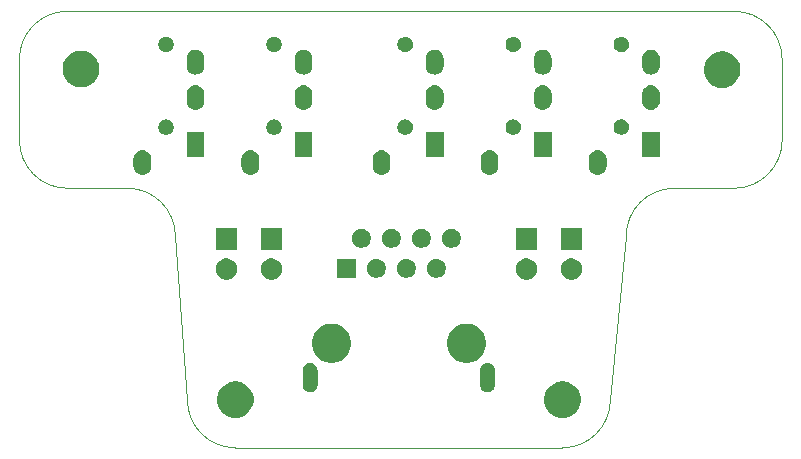
<source format=gbr>
G04 #@! TF.GenerationSoftware,KiCad,Pcbnew,(5.1.5)-3*
G04 #@! TF.CreationDate,2020-06-13T00:40:34-05:00*
G04 #@! TF.ProjectId,HeadphoneJack,48656164-7068-46f6-9e65-4a61636b2e6b,rev?*
G04 #@! TF.SameCoordinates,Original*
G04 #@! TF.FileFunction,Soldermask,Bot*
G04 #@! TF.FilePolarity,Negative*
%FSLAX46Y46*%
G04 Gerber Fmt 4.6, Leading zero omitted, Abs format (unit mm)*
G04 Created by KiCad (PCBNEW (5.1.5)-3) date 2020-06-13 00:40:34*
%MOMM*%
%LPD*%
G04 APERTURE LIST*
%ADD10C,0.050000*%
%ADD11C,0.100000*%
G04 APERTURE END LIST*
D10*
X123888500Y-86233000D02*
X128968500Y-86233000D01*
X175260000Y-86233000D02*
X180340000Y-86233000D01*
X171196000Y-90297000D02*
X169862500Y-104140000D01*
X133032500Y-90297000D02*
X134048500Y-104140000D01*
X171196000Y-90297000D02*
G75*
G02X175260000Y-86233000I4064000J0D01*
G01*
X184404000Y-82169000D02*
G75*
G02X180340000Y-86233000I-4064000J0D01*
G01*
X128968500Y-86233000D02*
G75*
G02X133032500Y-90297000I0J-4064000D01*
G01*
X123888500Y-86233000D02*
G75*
G02X119824500Y-82169000I0J4064000D01*
G01*
X184404000Y-75311000D02*
X184404000Y-82169000D01*
X119824500Y-75311000D02*
X119824500Y-82169000D01*
X138112500Y-108204000D02*
G75*
G02X134048500Y-104140000I0J4064000D01*
G01*
X165798500Y-108204000D02*
X138112500Y-108204000D01*
X169862500Y-104140000D02*
G75*
G02X165798500Y-108204000I-4064000J0D01*
G01*
X180340000Y-71247000D02*
X123888500Y-71247000D01*
X119824500Y-75311000D02*
G75*
G02X123888500Y-71247000I4064000J0D01*
G01*
X180340000Y-71247000D02*
G75*
G02X184404000Y-75311000I0J-4064000D01*
G01*
D11*
G36*
X166101085Y-102616302D02*
G01*
X166250910Y-102646104D01*
X166533174Y-102763021D01*
X166787205Y-102932759D01*
X167003241Y-103148795D01*
X167172979Y-103402826D01*
X167289896Y-103685090D01*
X167349500Y-103984740D01*
X167349500Y-104290260D01*
X167289896Y-104589910D01*
X167172979Y-104872174D01*
X167003241Y-105126205D01*
X166787205Y-105342241D01*
X166533174Y-105511979D01*
X166250910Y-105628896D01*
X166101085Y-105658698D01*
X165951261Y-105688500D01*
X165645739Y-105688500D01*
X165495915Y-105658698D01*
X165346090Y-105628896D01*
X165063826Y-105511979D01*
X164809795Y-105342241D01*
X164593759Y-105126205D01*
X164424021Y-104872174D01*
X164307104Y-104589910D01*
X164247500Y-104290260D01*
X164247500Y-103984740D01*
X164307104Y-103685090D01*
X164424021Y-103402826D01*
X164593759Y-103148795D01*
X164809795Y-102932759D01*
X165063826Y-102763021D01*
X165346090Y-102646104D01*
X165495915Y-102616302D01*
X165645739Y-102586500D01*
X165951261Y-102586500D01*
X166101085Y-102616302D01*
G37*
G36*
X138401085Y-102616302D02*
G01*
X138550910Y-102646104D01*
X138833174Y-102763021D01*
X139087205Y-102932759D01*
X139303241Y-103148795D01*
X139472979Y-103402826D01*
X139589896Y-103685090D01*
X139649500Y-103984740D01*
X139649500Y-104290260D01*
X139589896Y-104589910D01*
X139472979Y-104872174D01*
X139303241Y-105126205D01*
X139087205Y-105342241D01*
X138833174Y-105511979D01*
X138550910Y-105628896D01*
X138401085Y-105658698D01*
X138251261Y-105688500D01*
X137945739Y-105688500D01*
X137795915Y-105658698D01*
X137646090Y-105628896D01*
X137363826Y-105511979D01*
X137109795Y-105342241D01*
X136893759Y-105126205D01*
X136724021Y-104872174D01*
X136607104Y-104589910D01*
X136547500Y-104290260D01*
X136547500Y-103984740D01*
X136607104Y-103685090D01*
X136724021Y-103402826D01*
X136893759Y-103148795D01*
X137109795Y-102932759D01*
X137363826Y-102763021D01*
X137646090Y-102646104D01*
X137795915Y-102616302D01*
X137945739Y-102586500D01*
X138251261Y-102586500D01*
X138401085Y-102616302D01*
G37*
G36*
X159570236Y-101033437D02*
G01*
X159687295Y-101068946D01*
X159736917Y-101095470D01*
X159795176Y-101126610D01*
X159889738Y-101204214D01*
X159967341Y-101298774D01*
X159998481Y-101357033D01*
X160025005Y-101406655D01*
X160060514Y-101523714D01*
X160069500Y-101614951D01*
X160069500Y-102897951D01*
X160060514Y-102989188D01*
X160025005Y-103106247D01*
X160025003Y-103106250D01*
X159967341Y-103214128D01*
X159889738Y-103308689D01*
X159795177Y-103386292D01*
X159764244Y-103402826D01*
X159687296Y-103443956D01*
X159570237Y-103479465D01*
X159489079Y-103487458D01*
X159448501Y-103491455D01*
X159448500Y-103491455D01*
X159326764Y-103479465D01*
X159209705Y-103443956D01*
X159132757Y-103402826D01*
X159101824Y-103386292D01*
X159007263Y-103308689D01*
X158929660Y-103214128D01*
X158871998Y-103106250D01*
X158871996Y-103106247D01*
X158836487Y-102989188D01*
X158827501Y-102897951D01*
X158827500Y-101614952D01*
X158836486Y-101523715D01*
X158871995Y-101406656D01*
X158929660Y-101298774D01*
X158929661Y-101298773D01*
X159007263Y-101204213D01*
X159101823Y-101126610D01*
X159160082Y-101095470D01*
X159209704Y-101068946D01*
X159326763Y-101033437D01*
X159407921Y-101025444D01*
X159448499Y-101021447D01*
X159448500Y-101021447D01*
X159570236Y-101033437D01*
G37*
G36*
X144571536Y-101033437D02*
G01*
X144688595Y-101068946D01*
X144738217Y-101095470D01*
X144796476Y-101126610D01*
X144891038Y-101204214D01*
X144968641Y-101298774D01*
X144999781Y-101357033D01*
X145026305Y-101406655D01*
X145061814Y-101523714D01*
X145070800Y-101614951D01*
X145070800Y-102897951D01*
X145061814Y-102989188D01*
X145026305Y-103106247D01*
X145026303Y-103106250D01*
X144968641Y-103214128D01*
X144891038Y-103308689D01*
X144796477Y-103386292D01*
X144765544Y-103402826D01*
X144688596Y-103443956D01*
X144571537Y-103479465D01*
X144490379Y-103487458D01*
X144449801Y-103491455D01*
X144449800Y-103491455D01*
X144328064Y-103479465D01*
X144211005Y-103443956D01*
X144134057Y-103402826D01*
X144103124Y-103386292D01*
X144008563Y-103308689D01*
X143930960Y-103214128D01*
X143873298Y-103106250D01*
X143873296Y-103106247D01*
X143837787Y-102989188D01*
X143828801Y-102897951D01*
X143828800Y-101614952D01*
X143837786Y-101523715D01*
X143873295Y-101406656D01*
X143930960Y-101298774D01*
X143930961Y-101298773D01*
X144008563Y-101204213D01*
X144103123Y-101126610D01*
X144161382Y-101095470D01*
X144211004Y-101068946D01*
X144328063Y-101033437D01*
X144409221Y-101025444D01*
X144449799Y-101021447D01*
X144449800Y-101021447D01*
X144571536Y-101033437D01*
G37*
G36*
X146615756Y-97745799D02*
G01*
X146722079Y-97766948D01*
X147022542Y-97891404D01*
X147292951Y-98072086D01*
X147522915Y-98302050D01*
X147703597Y-98572459D01*
X147828053Y-98872922D01*
X147891500Y-99191892D01*
X147891500Y-99517110D01*
X147828053Y-99836080D01*
X147703597Y-100136543D01*
X147522915Y-100406952D01*
X147292951Y-100636916D01*
X147022542Y-100817598D01*
X146722079Y-100942054D01*
X146615756Y-100963203D01*
X146403111Y-101005501D01*
X146077889Y-101005501D01*
X145865244Y-100963203D01*
X145758921Y-100942054D01*
X145458458Y-100817598D01*
X145188049Y-100636916D01*
X144958085Y-100406952D01*
X144777403Y-100136543D01*
X144652947Y-99836080D01*
X144589500Y-99517110D01*
X144589500Y-99191892D01*
X144652947Y-98872922D01*
X144777403Y-98572459D01*
X144958085Y-98302050D01*
X145188049Y-98072086D01*
X145458458Y-97891404D01*
X145758921Y-97766948D01*
X145865244Y-97745799D01*
X146077889Y-97703501D01*
X146403111Y-97703501D01*
X146615756Y-97745799D01*
G37*
G36*
X158045756Y-97745799D02*
G01*
X158152079Y-97766948D01*
X158452542Y-97891404D01*
X158722951Y-98072086D01*
X158952915Y-98302050D01*
X159133597Y-98572459D01*
X159258053Y-98872922D01*
X159321500Y-99191892D01*
X159321500Y-99517110D01*
X159258053Y-99836080D01*
X159133597Y-100136543D01*
X158952915Y-100406952D01*
X158722951Y-100636916D01*
X158452542Y-100817598D01*
X158152079Y-100942054D01*
X158045756Y-100963203D01*
X157833111Y-101005501D01*
X157507889Y-101005501D01*
X157295244Y-100963203D01*
X157188921Y-100942054D01*
X156888458Y-100817598D01*
X156618049Y-100636916D01*
X156388085Y-100406952D01*
X156207403Y-100136543D01*
X156082947Y-99836080D01*
X156019500Y-99517110D01*
X156019500Y-99191892D01*
X156082947Y-98872922D01*
X156207403Y-98572459D01*
X156388085Y-98302050D01*
X156618049Y-98072086D01*
X156888458Y-97891404D01*
X157188921Y-97766948D01*
X157295244Y-97745799D01*
X157507889Y-97703501D01*
X157833111Y-97703501D01*
X158045756Y-97745799D01*
G37*
G36*
X162864012Y-92178428D02*
G01*
X163013312Y-92208125D01*
X163177284Y-92276045D01*
X163324854Y-92374648D01*
X163450353Y-92500147D01*
X163548956Y-92647717D01*
X163616876Y-92811689D01*
X163651500Y-92985760D01*
X163651500Y-93163242D01*
X163616876Y-93337313D01*
X163548956Y-93501285D01*
X163450353Y-93648855D01*
X163324854Y-93774354D01*
X163177284Y-93872957D01*
X163013312Y-93940877D01*
X162864012Y-93970574D01*
X162839242Y-93975501D01*
X162661758Y-93975501D01*
X162636988Y-93970574D01*
X162487688Y-93940877D01*
X162323716Y-93872957D01*
X162176146Y-93774354D01*
X162050647Y-93648855D01*
X161952044Y-93501285D01*
X161884124Y-93337313D01*
X161849500Y-93163242D01*
X161849500Y-92985760D01*
X161884124Y-92811689D01*
X161952044Y-92647717D01*
X162050647Y-92500147D01*
X162176146Y-92374648D01*
X162323716Y-92276045D01*
X162487688Y-92208125D01*
X162636988Y-92178428D01*
X162661758Y-92173501D01*
X162839242Y-92173501D01*
X162864012Y-92178428D01*
G37*
G36*
X141274012Y-92178428D02*
G01*
X141423312Y-92208125D01*
X141587284Y-92276045D01*
X141734854Y-92374648D01*
X141860353Y-92500147D01*
X141958956Y-92647717D01*
X142026876Y-92811689D01*
X142061500Y-92985760D01*
X142061500Y-93163242D01*
X142026876Y-93337313D01*
X141958956Y-93501285D01*
X141860353Y-93648855D01*
X141734854Y-93774354D01*
X141587284Y-93872957D01*
X141423312Y-93940877D01*
X141274012Y-93970574D01*
X141249242Y-93975501D01*
X141071758Y-93975501D01*
X141046988Y-93970574D01*
X140897688Y-93940877D01*
X140733716Y-93872957D01*
X140586146Y-93774354D01*
X140460647Y-93648855D01*
X140362044Y-93501285D01*
X140294124Y-93337313D01*
X140259500Y-93163242D01*
X140259500Y-92985760D01*
X140294124Y-92811689D01*
X140362044Y-92647717D01*
X140460647Y-92500147D01*
X140586146Y-92374648D01*
X140733716Y-92276045D01*
X140897688Y-92208125D01*
X141046988Y-92178428D01*
X141071758Y-92173501D01*
X141249242Y-92173501D01*
X141274012Y-92178428D01*
G37*
G36*
X137464012Y-92178428D02*
G01*
X137613312Y-92208125D01*
X137777284Y-92276045D01*
X137924854Y-92374648D01*
X138050353Y-92500147D01*
X138148956Y-92647717D01*
X138216876Y-92811689D01*
X138251500Y-92985760D01*
X138251500Y-93163242D01*
X138216876Y-93337313D01*
X138148956Y-93501285D01*
X138050353Y-93648855D01*
X137924854Y-93774354D01*
X137777284Y-93872957D01*
X137613312Y-93940877D01*
X137464012Y-93970574D01*
X137439242Y-93975501D01*
X137261758Y-93975501D01*
X137236988Y-93970574D01*
X137087688Y-93940877D01*
X136923716Y-93872957D01*
X136776146Y-93774354D01*
X136650647Y-93648855D01*
X136552044Y-93501285D01*
X136484124Y-93337313D01*
X136449500Y-93163242D01*
X136449500Y-92985760D01*
X136484124Y-92811689D01*
X136552044Y-92647717D01*
X136650647Y-92500147D01*
X136776146Y-92374648D01*
X136923716Y-92276045D01*
X137087688Y-92208125D01*
X137236988Y-92178428D01*
X137261758Y-92173501D01*
X137439242Y-92173501D01*
X137464012Y-92178428D01*
G37*
G36*
X166674012Y-92178428D02*
G01*
X166823312Y-92208125D01*
X166987284Y-92276045D01*
X167134854Y-92374648D01*
X167260353Y-92500147D01*
X167358956Y-92647717D01*
X167426876Y-92811689D01*
X167461500Y-92985760D01*
X167461500Y-93163242D01*
X167426876Y-93337313D01*
X167358956Y-93501285D01*
X167260353Y-93648855D01*
X167134854Y-93774354D01*
X166987284Y-93872957D01*
X166823312Y-93940877D01*
X166674012Y-93970574D01*
X166649242Y-93975501D01*
X166471758Y-93975501D01*
X166446988Y-93970574D01*
X166297688Y-93940877D01*
X166133716Y-93872957D01*
X165986146Y-93774354D01*
X165860647Y-93648855D01*
X165762044Y-93501285D01*
X165694124Y-93337313D01*
X165659500Y-93163242D01*
X165659500Y-92985760D01*
X165694124Y-92811689D01*
X165762044Y-92647717D01*
X165860647Y-92500147D01*
X165986146Y-92374648D01*
X166133716Y-92276045D01*
X166297688Y-92208125D01*
X166446988Y-92178428D01*
X166471758Y-92173501D01*
X166649242Y-92173501D01*
X166674012Y-92178428D01*
G37*
G36*
X148311500Y-93805501D02*
G01*
X146709500Y-93805501D01*
X146709500Y-92203501D01*
X148311500Y-92203501D01*
X148311500Y-93805501D01*
G37*
G36*
X150284142Y-92234282D02*
G01*
X150384966Y-92276045D01*
X150429916Y-92294664D01*
X150561108Y-92382323D01*
X150672678Y-92493893D01*
X150676857Y-92500148D01*
X150760338Y-92625087D01*
X150820719Y-92770859D01*
X150851500Y-92925608D01*
X150851500Y-93083394D01*
X150820719Y-93238143D01*
X150779641Y-93337313D01*
X150760337Y-93383917D01*
X150672678Y-93515109D01*
X150561108Y-93626679D01*
X150429916Y-93714338D01*
X150429915Y-93714339D01*
X150429914Y-93714339D01*
X150284142Y-93774720D01*
X150129393Y-93805501D01*
X149971607Y-93805501D01*
X149816858Y-93774720D01*
X149671086Y-93714339D01*
X149671085Y-93714339D01*
X149671084Y-93714338D01*
X149539892Y-93626679D01*
X149428322Y-93515109D01*
X149340663Y-93383917D01*
X149321359Y-93337313D01*
X149280281Y-93238143D01*
X149249500Y-93083394D01*
X149249500Y-92925608D01*
X149280281Y-92770859D01*
X149340662Y-92625087D01*
X149424143Y-92500148D01*
X149428322Y-92493893D01*
X149539892Y-92382323D01*
X149671084Y-92294664D01*
X149716034Y-92276045D01*
X149816858Y-92234282D01*
X149971607Y-92203501D01*
X150129393Y-92203501D01*
X150284142Y-92234282D01*
G37*
G36*
X152824142Y-92234282D02*
G01*
X152924966Y-92276045D01*
X152969916Y-92294664D01*
X153101108Y-92382323D01*
X153212678Y-92493893D01*
X153216857Y-92500148D01*
X153300338Y-92625087D01*
X153360719Y-92770859D01*
X153391500Y-92925608D01*
X153391500Y-93083394D01*
X153360719Y-93238143D01*
X153319641Y-93337313D01*
X153300337Y-93383917D01*
X153212678Y-93515109D01*
X153101108Y-93626679D01*
X152969916Y-93714338D01*
X152969915Y-93714339D01*
X152969914Y-93714339D01*
X152824142Y-93774720D01*
X152669393Y-93805501D01*
X152511607Y-93805501D01*
X152356858Y-93774720D01*
X152211086Y-93714339D01*
X152211085Y-93714339D01*
X152211084Y-93714338D01*
X152079892Y-93626679D01*
X151968322Y-93515109D01*
X151880663Y-93383917D01*
X151861359Y-93337313D01*
X151820281Y-93238143D01*
X151789500Y-93083394D01*
X151789500Y-92925608D01*
X151820281Y-92770859D01*
X151880662Y-92625087D01*
X151964143Y-92500148D01*
X151968322Y-92493893D01*
X152079892Y-92382323D01*
X152211084Y-92294664D01*
X152256034Y-92276045D01*
X152356858Y-92234282D01*
X152511607Y-92203501D01*
X152669393Y-92203501D01*
X152824142Y-92234282D01*
G37*
G36*
X155364142Y-92234282D02*
G01*
X155464966Y-92276045D01*
X155509916Y-92294664D01*
X155641108Y-92382323D01*
X155752678Y-92493893D01*
X155756857Y-92500148D01*
X155840338Y-92625087D01*
X155900719Y-92770859D01*
X155931500Y-92925608D01*
X155931500Y-93083394D01*
X155900719Y-93238143D01*
X155859641Y-93337313D01*
X155840337Y-93383917D01*
X155752678Y-93515109D01*
X155641108Y-93626679D01*
X155509916Y-93714338D01*
X155509915Y-93714339D01*
X155509914Y-93714339D01*
X155364142Y-93774720D01*
X155209393Y-93805501D01*
X155051607Y-93805501D01*
X154896858Y-93774720D01*
X154751086Y-93714339D01*
X154751085Y-93714339D01*
X154751084Y-93714338D01*
X154619892Y-93626679D01*
X154508322Y-93515109D01*
X154420663Y-93383917D01*
X154401359Y-93337313D01*
X154360281Y-93238143D01*
X154329500Y-93083394D01*
X154329500Y-92925608D01*
X154360281Y-92770859D01*
X154420662Y-92625087D01*
X154504143Y-92500148D01*
X154508322Y-92493893D01*
X154619892Y-92382323D01*
X154751084Y-92294664D01*
X154796034Y-92276045D01*
X154896858Y-92234282D01*
X155051607Y-92203501D01*
X155209393Y-92203501D01*
X155364142Y-92234282D01*
G37*
G36*
X142061500Y-91435501D02*
G01*
X140259500Y-91435501D01*
X140259500Y-89633501D01*
X142061500Y-89633501D01*
X142061500Y-91435501D01*
G37*
G36*
X167461500Y-91435501D02*
G01*
X165659500Y-91435501D01*
X165659500Y-89633501D01*
X167461500Y-89633501D01*
X167461500Y-91435501D01*
G37*
G36*
X163651500Y-91435501D02*
G01*
X161849500Y-91435501D01*
X161849500Y-89633501D01*
X163651500Y-89633501D01*
X163651500Y-91435501D01*
G37*
G36*
X138251500Y-91435501D02*
G01*
X136449500Y-91435501D01*
X136449500Y-89633501D01*
X138251500Y-89633501D01*
X138251500Y-91435501D01*
G37*
G36*
X151554142Y-89694282D02*
G01*
X151699914Y-89754663D01*
X151699916Y-89754664D01*
X151831108Y-89842323D01*
X151942678Y-89953893D01*
X152030337Y-90085085D01*
X152030338Y-90085087D01*
X152090719Y-90230859D01*
X152121500Y-90385608D01*
X152121500Y-90543394D01*
X152090719Y-90698143D01*
X152030338Y-90843915D01*
X152030337Y-90843917D01*
X151942678Y-90975109D01*
X151831108Y-91086679D01*
X151699916Y-91174338D01*
X151699915Y-91174339D01*
X151699914Y-91174339D01*
X151554142Y-91234720D01*
X151399393Y-91265501D01*
X151241607Y-91265501D01*
X151086858Y-91234720D01*
X150941086Y-91174339D01*
X150941085Y-91174339D01*
X150941084Y-91174338D01*
X150809892Y-91086679D01*
X150698322Y-90975109D01*
X150610663Y-90843917D01*
X150610662Y-90843915D01*
X150550281Y-90698143D01*
X150519500Y-90543394D01*
X150519500Y-90385608D01*
X150550281Y-90230859D01*
X150610662Y-90085087D01*
X150610663Y-90085085D01*
X150698322Y-89953893D01*
X150809892Y-89842323D01*
X150941084Y-89754664D01*
X150941086Y-89754663D01*
X151086858Y-89694282D01*
X151241607Y-89663501D01*
X151399393Y-89663501D01*
X151554142Y-89694282D01*
G37*
G36*
X156634142Y-89694282D02*
G01*
X156779914Y-89754663D01*
X156779916Y-89754664D01*
X156911108Y-89842323D01*
X157022678Y-89953893D01*
X157110337Y-90085085D01*
X157110338Y-90085087D01*
X157170719Y-90230859D01*
X157201500Y-90385608D01*
X157201500Y-90543394D01*
X157170719Y-90698143D01*
X157110338Y-90843915D01*
X157110337Y-90843917D01*
X157022678Y-90975109D01*
X156911108Y-91086679D01*
X156779916Y-91174338D01*
X156779915Y-91174339D01*
X156779914Y-91174339D01*
X156634142Y-91234720D01*
X156479393Y-91265501D01*
X156321607Y-91265501D01*
X156166858Y-91234720D01*
X156021086Y-91174339D01*
X156021085Y-91174339D01*
X156021084Y-91174338D01*
X155889892Y-91086679D01*
X155778322Y-90975109D01*
X155690663Y-90843917D01*
X155690662Y-90843915D01*
X155630281Y-90698143D01*
X155599500Y-90543394D01*
X155599500Y-90385608D01*
X155630281Y-90230859D01*
X155690662Y-90085087D01*
X155690663Y-90085085D01*
X155778322Y-89953893D01*
X155889892Y-89842323D01*
X156021084Y-89754664D01*
X156021086Y-89754663D01*
X156166858Y-89694282D01*
X156321607Y-89663501D01*
X156479393Y-89663501D01*
X156634142Y-89694282D01*
G37*
G36*
X149014142Y-89694282D02*
G01*
X149159914Y-89754663D01*
X149159916Y-89754664D01*
X149291108Y-89842323D01*
X149402678Y-89953893D01*
X149490337Y-90085085D01*
X149490338Y-90085087D01*
X149550719Y-90230859D01*
X149581500Y-90385608D01*
X149581500Y-90543394D01*
X149550719Y-90698143D01*
X149490338Y-90843915D01*
X149490337Y-90843917D01*
X149402678Y-90975109D01*
X149291108Y-91086679D01*
X149159916Y-91174338D01*
X149159915Y-91174339D01*
X149159914Y-91174339D01*
X149014142Y-91234720D01*
X148859393Y-91265501D01*
X148701607Y-91265501D01*
X148546858Y-91234720D01*
X148401086Y-91174339D01*
X148401085Y-91174339D01*
X148401084Y-91174338D01*
X148269892Y-91086679D01*
X148158322Y-90975109D01*
X148070663Y-90843917D01*
X148070662Y-90843915D01*
X148010281Y-90698143D01*
X147979500Y-90543394D01*
X147979500Y-90385608D01*
X148010281Y-90230859D01*
X148070662Y-90085087D01*
X148070663Y-90085085D01*
X148158322Y-89953893D01*
X148269892Y-89842323D01*
X148401084Y-89754664D01*
X148401086Y-89754663D01*
X148546858Y-89694282D01*
X148701607Y-89663501D01*
X148859393Y-89663501D01*
X149014142Y-89694282D01*
G37*
G36*
X154094142Y-89694282D02*
G01*
X154239914Y-89754663D01*
X154239916Y-89754664D01*
X154371108Y-89842323D01*
X154482678Y-89953893D01*
X154570337Y-90085085D01*
X154570338Y-90085087D01*
X154630719Y-90230859D01*
X154661500Y-90385608D01*
X154661500Y-90543394D01*
X154630719Y-90698143D01*
X154570338Y-90843915D01*
X154570337Y-90843917D01*
X154482678Y-90975109D01*
X154371108Y-91086679D01*
X154239916Y-91174338D01*
X154239915Y-91174339D01*
X154239914Y-91174339D01*
X154094142Y-91234720D01*
X153939393Y-91265501D01*
X153781607Y-91265501D01*
X153626858Y-91234720D01*
X153481086Y-91174339D01*
X153481085Y-91174339D01*
X153481084Y-91174338D01*
X153349892Y-91086679D01*
X153238322Y-90975109D01*
X153150663Y-90843917D01*
X153150662Y-90843915D01*
X153090281Y-90698143D01*
X153059500Y-90543394D01*
X153059500Y-90385608D01*
X153090281Y-90230859D01*
X153150662Y-90085087D01*
X153150663Y-90085085D01*
X153238322Y-89953893D01*
X153349892Y-89842323D01*
X153481084Y-89754664D01*
X153481086Y-89754663D01*
X153626858Y-89694282D01*
X153781607Y-89663501D01*
X153939393Y-89663501D01*
X154094142Y-89694282D01*
G37*
G36*
X130377223Y-83009867D02*
G01*
X130518787Y-83052810D01*
X130649253Y-83122546D01*
X130679041Y-83146992D01*
X130763608Y-83216393D01*
X130833009Y-83300960D01*
X130857455Y-83330748D01*
X130927191Y-83461214D01*
X130970134Y-83602778D01*
X130981001Y-83713113D01*
X130981001Y-84386887D01*
X130970134Y-84497222D01*
X130927191Y-84638786D01*
X130857455Y-84769252D01*
X130820785Y-84813934D01*
X130763608Y-84883606D01*
X130699416Y-84936286D01*
X130649252Y-84977454D01*
X130518786Y-85047190D01*
X130377222Y-85090133D01*
X130230001Y-85104633D01*
X130082779Y-85090133D01*
X129941215Y-85047190D01*
X129810749Y-84977454D01*
X129766067Y-84940784D01*
X129696395Y-84883607D01*
X129602548Y-84769252D01*
X129602547Y-84769251D01*
X129532811Y-84638785D01*
X129489868Y-84497221D01*
X129479001Y-84386886D01*
X129479001Y-83713113D01*
X129489868Y-83602778D01*
X129532811Y-83461214D01*
X129602548Y-83330748D01*
X129696395Y-83216393D01*
X129780962Y-83146992D01*
X129810750Y-83122546D01*
X129941216Y-83052810D01*
X130082780Y-83009867D01*
X130230001Y-82995367D01*
X130377223Y-83009867D01*
G37*
G36*
X159783723Y-83009867D02*
G01*
X159925287Y-83052810D01*
X160055753Y-83122546D01*
X160085541Y-83146992D01*
X160170108Y-83216393D01*
X160239509Y-83300960D01*
X160263955Y-83330748D01*
X160333691Y-83461214D01*
X160376634Y-83602778D01*
X160387501Y-83713113D01*
X160387501Y-84386887D01*
X160376634Y-84497222D01*
X160333691Y-84638786D01*
X160263955Y-84769252D01*
X160227285Y-84813934D01*
X160170108Y-84883606D01*
X160105916Y-84936286D01*
X160055752Y-84977454D01*
X159925286Y-85047190D01*
X159783722Y-85090133D01*
X159636501Y-85104633D01*
X159489279Y-85090133D01*
X159347715Y-85047190D01*
X159217249Y-84977454D01*
X159172567Y-84940784D01*
X159102895Y-84883607D01*
X159009048Y-84769252D01*
X159009047Y-84769251D01*
X158939311Y-84638785D01*
X158896368Y-84497221D01*
X158885501Y-84386886D01*
X158885501Y-83713113D01*
X158896368Y-83602778D01*
X158939311Y-83461214D01*
X159009048Y-83330748D01*
X159102895Y-83216393D01*
X159187462Y-83146992D01*
X159217250Y-83122546D01*
X159347716Y-83052810D01*
X159489280Y-83009867D01*
X159636501Y-82995367D01*
X159783723Y-83009867D01*
G37*
G36*
X139527223Y-83009867D02*
G01*
X139668787Y-83052810D01*
X139799253Y-83122546D01*
X139829041Y-83146992D01*
X139913608Y-83216393D01*
X139983009Y-83300960D01*
X140007455Y-83330748D01*
X140077191Y-83461214D01*
X140120134Y-83602778D01*
X140131001Y-83713113D01*
X140131001Y-84386887D01*
X140120134Y-84497222D01*
X140077191Y-84638786D01*
X140007455Y-84769252D01*
X139970785Y-84813934D01*
X139913608Y-84883606D01*
X139849416Y-84936286D01*
X139799252Y-84977454D01*
X139668786Y-85047190D01*
X139527222Y-85090133D01*
X139380001Y-85104633D01*
X139232779Y-85090133D01*
X139091215Y-85047190D01*
X138960749Y-84977454D01*
X138916067Y-84940784D01*
X138846395Y-84883607D01*
X138752548Y-84769252D01*
X138752547Y-84769251D01*
X138682811Y-84638785D01*
X138639868Y-84497221D01*
X138629001Y-84386886D01*
X138629001Y-83713113D01*
X138639868Y-83602778D01*
X138682811Y-83461214D01*
X138752548Y-83330748D01*
X138846395Y-83216393D01*
X138930962Y-83146992D01*
X138960750Y-83122546D01*
X139091216Y-83052810D01*
X139232780Y-83009867D01*
X139380001Y-82995367D01*
X139527223Y-83009867D01*
G37*
G36*
X150633723Y-83009867D02*
G01*
X150775287Y-83052810D01*
X150905753Y-83122546D01*
X150935541Y-83146992D01*
X151020108Y-83216393D01*
X151089509Y-83300960D01*
X151113955Y-83330748D01*
X151183691Y-83461214D01*
X151226634Y-83602778D01*
X151237501Y-83713113D01*
X151237501Y-84386887D01*
X151226634Y-84497222D01*
X151183691Y-84638786D01*
X151113955Y-84769252D01*
X151077285Y-84813934D01*
X151020108Y-84883606D01*
X150955916Y-84936286D01*
X150905752Y-84977454D01*
X150775286Y-85047190D01*
X150633722Y-85090133D01*
X150486501Y-85104633D01*
X150339279Y-85090133D01*
X150197715Y-85047190D01*
X150067249Y-84977454D01*
X150022567Y-84940784D01*
X149952895Y-84883607D01*
X149859048Y-84769252D01*
X149859047Y-84769251D01*
X149789311Y-84638785D01*
X149746368Y-84497221D01*
X149735501Y-84386886D01*
X149735501Y-83713113D01*
X149746368Y-83602778D01*
X149789311Y-83461214D01*
X149859048Y-83330748D01*
X149952895Y-83216393D01*
X150037462Y-83146992D01*
X150067250Y-83122546D01*
X150197716Y-83052810D01*
X150339280Y-83009867D01*
X150486501Y-82995367D01*
X150633723Y-83009867D01*
G37*
G36*
X168933723Y-83009867D02*
G01*
X169075287Y-83052810D01*
X169205753Y-83122546D01*
X169235541Y-83146992D01*
X169320108Y-83216393D01*
X169389509Y-83300960D01*
X169413955Y-83330748D01*
X169483691Y-83461214D01*
X169526634Y-83602778D01*
X169537501Y-83713113D01*
X169537501Y-84386887D01*
X169526634Y-84497222D01*
X169483691Y-84638786D01*
X169413955Y-84769252D01*
X169377285Y-84813934D01*
X169320108Y-84883606D01*
X169255916Y-84936286D01*
X169205752Y-84977454D01*
X169075286Y-85047190D01*
X168933722Y-85090133D01*
X168786501Y-85104633D01*
X168639279Y-85090133D01*
X168497715Y-85047190D01*
X168367249Y-84977454D01*
X168322567Y-84940784D01*
X168252895Y-84883607D01*
X168159048Y-84769252D01*
X168159047Y-84769251D01*
X168089311Y-84638785D01*
X168046368Y-84497221D01*
X168035501Y-84386886D01*
X168035501Y-83713113D01*
X168046368Y-83602778D01*
X168089311Y-83461214D01*
X168159048Y-83330748D01*
X168252895Y-83216393D01*
X168337462Y-83146992D01*
X168367250Y-83122546D01*
X168497716Y-83052810D01*
X168639280Y-83009867D01*
X168786501Y-82995367D01*
X168933723Y-83009867D01*
G37*
G36*
X155737501Y-83601000D02*
G01*
X154235501Y-83601000D01*
X154235501Y-81499000D01*
X155737501Y-81499000D01*
X155737501Y-83601000D01*
G37*
G36*
X174037501Y-83601000D02*
G01*
X172535501Y-83601000D01*
X172535501Y-81499000D01*
X174037501Y-81499000D01*
X174037501Y-83601000D01*
G37*
G36*
X164887501Y-83601000D02*
G01*
X163385501Y-83601000D01*
X163385501Y-81499000D01*
X164887501Y-81499000D01*
X164887501Y-83601000D01*
G37*
G36*
X135481001Y-83601000D02*
G01*
X133979001Y-83601000D01*
X133979001Y-81499000D01*
X135481001Y-81499000D01*
X135481001Y-83601000D01*
G37*
G36*
X144631001Y-83601000D02*
G01*
X143129001Y-83601000D01*
X143129001Y-81499000D01*
X144631001Y-81499000D01*
X144631001Y-83601000D01*
G37*
G36*
X141569891Y-80424017D02*
G01*
X141688365Y-80473091D01*
X141794989Y-80544335D01*
X141885666Y-80635012D01*
X141956910Y-80741636D01*
X142005984Y-80860110D01*
X142031001Y-80985882D01*
X142031001Y-81114118D01*
X142005984Y-81239890D01*
X141956910Y-81358364D01*
X141885666Y-81464988D01*
X141794989Y-81555665D01*
X141688365Y-81626909D01*
X141688364Y-81626910D01*
X141688363Y-81626910D01*
X141569891Y-81675983D01*
X141444120Y-81701000D01*
X141315882Y-81701000D01*
X141190111Y-81675983D01*
X141071639Y-81626910D01*
X141071638Y-81626910D01*
X141071637Y-81626909D01*
X140965013Y-81555665D01*
X140874336Y-81464988D01*
X140803092Y-81358364D01*
X140754018Y-81239890D01*
X140729001Y-81114118D01*
X140729001Y-80985882D01*
X140754018Y-80860110D01*
X140803092Y-80741636D01*
X140874336Y-80635012D01*
X140965013Y-80544335D01*
X141071637Y-80473091D01*
X141190111Y-80424017D01*
X141315882Y-80399000D01*
X141444120Y-80399000D01*
X141569891Y-80424017D01*
G37*
G36*
X152676391Y-80424017D02*
G01*
X152794865Y-80473091D01*
X152901489Y-80544335D01*
X152992166Y-80635012D01*
X153063410Y-80741636D01*
X153112484Y-80860110D01*
X153137501Y-80985882D01*
X153137501Y-81114118D01*
X153112484Y-81239890D01*
X153063410Y-81358364D01*
X152992166Y-81464988D01*
X152901489Y-81555665D01*
X152794865Y-81626909D01*
X152794864Y-81626910D01*
X152794863Y-81626910D01*
X152676391Y-81675983D01*
X152550620Y-81701000D01*
X152422382Y-81701000D01*
X152296611Y-81675983D01*
X152178139Y-81626910D01*
X152178138Y-81626910D01*
X152178137Y-81626909D01*
X152071513Y-81555665D01*
X151980836Y-81464988D01*
X151909592Y-81358364D01*
X151860518Y-81239890D01*
X151835501Y-81114118D01*
X151835501Y-80985882D01*
X151860518Y-80860110D01*
X151909592Y-80741636D01*
X151980836Y-80635012D01*
X152071513Y-80544335D01*
X152178137Y-80473091D01*
X152296611Y-80424017D01*
X152422382Y-80399000D01*
X152550620Y-80399000D01*
X152676391Y-80424017D01*
G37*
G36*
X161826391Y-80424017D02*
G01*
X161944865Y-80473091D01*
X162051489Y-80544335D01*
X162142166Y-80635012D01*
X162213410Y-80741636D01*
X162262484Y-80860110D01*
X162287501Y-80985882D01*
X162287501Y-81114118D01*
X162262484Y-81239890D01*
X162213410Y-81358364D01*
X162142166Y-81464988D01*
X162051489Y-81555665D01*
X161944865Y-81626909D01*
X161944864Y-81626910D01*
X161944863Y-81626910D01*
X161826391Y-81675983D01*
X161700620Y-81701000D01*
X161572382Y-81701000D01*
X161446611Y-81675983D01*
X161328139Y-81626910D01*
X161328138Y-81626910D01*
X161328137Y-81626909D01*
X161221513Y-81555665D01*
X161130836Y-81464988D01*
X161059592Y-81358364D01*
X161010518Y-81239890D01*
X160985501Y-81114118D01*
X160985501Y-80985882D01*
X161010518Y-80860110D01*
X161059592Y-80741636D01*
X161130836Y-80635012D01*
X161221513Y-80544335D01*
X161328137Y-80473091D01*
X161446611Y-80424017D01*
X161572382Y-80399000D01*
X161700620Y-80399000D01*
X161826391Y-80424017D01*
G37*
G36*
X132419891Y-80424017D02*
G01*
X132538365Y-80473091D01*
X132644989Y-80544335D01*
X132735666Y-80635012D01*
X132806910Y-80741636D01*
X132855984Y-80860110D01*
X132881001Y-80985882D01*
X132881001Y-81114118D01*
X132855984Y-81239890D01*
X132806910Y-81358364D01*
X132735666Y-81464988D01*
X132644989Y-81555665D01*
X132538365Y-81626909D01*
X132538364Y-81626910D01*
X132538363Y-81626910D01*
X132419891Y-81675983D01*
X132294120Y-81701000D01*
X132165882Y-81701000D01*
X132040111Y-81675983D01*
X131921639Y-81626910D01*
X131921638Y-81626910D01*
X131921637Y-81626909D01*
X131815013Y-81555665D01*
X131724336Y-81464988D01*
X131653092Y-81358364D01*
X131604018Y-81239890D01*
X131579001Y-81114118D01*
X131579001Y-80985882D01*
X131604018Y-80860110D01*
X131653092Y-80741636D01*
X131724336Y-80635012D01*
X131815013Y-80544335D01*
X131921637Y-80473091D01*
X132040111Y-80424017D01*
X132165882Y-80399000D01*
X132294120Y-80399000D01*
X132419891Y-80424017D01*
G37*
G36*
X170976391Y-80424017D02*
G01*
X171094865Y-80473091D01*
X171201489Y-80544335D01*
X171292166Y-80635012D01*
X171363410Y-80741636D01*
X171412484Y-80860110D01*
X171437501Y-80985882D01*
X171437501Y-81114118D01*
X171412484Y-81239890D01*
X171363410Y-81358364D01*
X171292166Y-81464988D01*
X171201489Y-81555665D01*
X171094865Y-81626909D01*
X171094864Y-81626910D01*
X171094863Y-81626910D01*
X170976391Y-81675983D01*
X170850620Y-81701000D01*
X170722382Y-81701000D01*
X170596611Y-81675983D01*
X170478139Y-81626910D01*
X170478138Y-81626910D01*
X170478137Y-81626909D01*
X170371513Y-81555665D01*
X170280836Y-81464988D01*
X170209592Y-81358364D01*
X170160518Y-81239890D01*
X170135501Y-81114118D01*
X170135501Y-80985882D01*
X170160518Y-80860110D01*
X170209592Y-80741636D01*
X170280836Y-80635012D01*
X170371513Y-80544335D01*
X170478137Y-80473091D01*
X170596611Y-80424017D01*
X170722382Y-80399000D01*
X170850620Y-80399000D01*
X170976391Y-80424017D01*
G37*
G36*
X144027223Y-77509867D02*
G01*
X144168787Y-77552810D01*
X144299253Y-77622546D01*
X144329041Y-77646992D01*
X144413608Y-77716393D01*
X144483009Y-77800960D01*
X144507455Y-77830748D01*
X144577191Y-77961214D01*
X144620134Y-78102778D01*
X144631001Y-78213113D01*
X144631001Y-78886887D01*
X144620134Y-78997222D01*
X144577191Y-79138786D01*
X144507455Y-79269252D01*
X144470785Y-79313934D01*
X144413608Y-79383606D01*
X144349416Y-79436286D01*
X144299252Y-79477454D01*
X144168786Y-79547190D01*
X144027222Y-79590133D01*
X143880001Y-79604633D01*
X143732779Y-79590133D01*
X143591215Y-79547190D01*
X143460749Y-79477454D01*
X143416067Y-79440784D01*
X143346395Y-79383607D01*
X143252548Y-79269252D01*
X143252547Y-79269251D01*
X143182811Y-79138785D01*
X143139868Y-78997221D01*
X143129001Y-78886886D01*
X143129001Y-78213113D01*
X143139868Y-78102778D01*
X143182811Y-77961214D01*
X143252548Y-77830748D01*
X143346395Y-77716393D01*
X143430962Y-77646992D01*
X143460750Y-77622546D01*
X143591216Y-77552810D01*
X143732780Y-77509867D01*
X143880001Y-77495367D01*
X144027223Y-77509867D01*
G37*
G36*
X173433723Y-77509867D02*
G01*
X173575287Y-77552810D01*
X173705753Y-77622546D01*
X173735541Y-77646992D01*
X173820108Y-77716393D01*
X173889509Y-77800960D01*
X173913955Y-77830748D01*
X173983691Y-77961214D01*
X174026634Y-78102778D01*
X174037501Y-78213113D01*
X174037501Y-78886887D01*
X174026634Y-78997222D01*
X173983691Y-79138786D01*
X173913955Y-79269252D01*
X173877285Y-79313934D01*
X173820108Y-79383606D01*
X173755916Y-79436286D01*
X173705752Y-79477454D01*
X173575286Y-79547190D01*
X173433722Y-79590133D01*
X173286501Y-79604633D01*
X173139279Y-79590133D01*
X172997715Y-79547190D01*
X172867249Y-79477454D01*
X172822567Y-79440784D01*
X172752895Y-79383607D01*
X172659048Y-79269252D01*
X172659047Y-79269251D01*
X172589311Y-79138785D01*
X172546368Y-78997221D01*
X172535501Y-78886886D01*
X172535501Y-78213113D01*
X172546368Y-78102778D01*
X172589311Y-77961214D01*
X172659048Y-77830748D01*
X172752895Y-77716393D01*
X172837462Y-77646992D01*
X172867250Y-77622546D01*
X172997716Y-77552810D01*
X173139280Y-77509867D01*
X173286501Y-77495367D01*
X173433723Y-77509867D01*
G37*
G36*
X155133723Y-77509867D02*
G01*
X155275287Y-77552810D01*
X155405753Y-77622546D01*
X155435541Y-77646992D01*
X155520108Y-77716393D01*
X155589509Y-77800960D01*
X155613955Y-77830748D01*
X155683691Y-77961214D01*
X155726634Y-78102778D01*
X155737501Y-78213113D01*
X155737501Y-78886887D01*
X155726634Y-78997222D01*
X155683691Y-79138786D01*
X155613955Y-79269252D01*
X155577285Y-79313934D01*
X155520108Y-79383606D01*
X155455916Y-79436286D01*
X155405752Y-79477454D01*
X155275286Y-79547190D01*
X155133722Y-79590133D01*
X154986501Y-79604633D01*
X154839279Y-79590133D01*
X154697715Y-79547190D01*
X154567249Y-79477454D01*
X154522567Y-79440784D01*
X154452895Y-79383607D01*
X154359048Y-79269252D01*
X154359047Y-79269251D01*
X154289311Y-79138785D01*
X154246368Y-78997221D01*
X154235501Y-78886886D01*
X154235501Y-78213113D01*
X154246368Y-78102778D01*
X154289311Y-77961214D01*
X154359048Y-77830748D01*
X154452895Y-77716393D01*
X154537462Y-77646992D01*
X154567250Y-77622546D01*
X154697716Y-77552810D01*
X154839280Y-77509867D01*
X154986501Y-77495367D01*
X155133723Y-77509867D01*
G37*
G36*
X164283723Y-77509867D02*
G01*
X164425287Y-77552810D01*
X164555753Y-77622546D01*
X164585541Y-77646992D01*
X164670108Y-77716393D01*
X164739509Y-77800960D01*
X164763955Y-77830748D01*
X164833691Y-77961214D01*
X164876634Y-78102778D01*
X164887501Y-78213113D01*
X164887501Y-78886887D01*
X164876634Y-78997222D01*
X164833691Y-79138786D01*
X164763955Y-79269252D01*
X164727285Y-79313934D01*
X164670108Y-79383606D01*
X164605916Y-79436286D01*
X164555752Y-79477454D01*
X164425286Y-79547190D01*
X164283722Y-79590133D01*
X164136501Y-79604633D01*
X163989279Y-79590133D01*
X163847715Y-79547190D01*
X163717249Y-79477454D01*
X163672567Y-79440784D01*
X163602895Y-79383607D01*
X163509048Y-79269252D01*
X163509047Y-79269251D01*
X163439311Y-79138785D01*
X163396368Y-78997221D01*
X163385501Y-78886886D01*
X163385501Y-78213113D01*
X163396368Y-78102778D01*
X163439311Y-77961214D01*
X163509048Y-77830748D01*
X163602895Y-77716393D01*
X163687462Y-77646992D01*
X163717250Y-77622546D01*
X163847716Y-77552810D01*
X163989280Y-77509867D01*
X164136501Y-77495367D01*
X164283723Y-77509867D01*
G37*
G36*
X134877223Y-77509867D02*
G01*
X135018787Y-77552810D01*
X135149253Y-77622546D01*
X135179041Y-77646992D01*
X135263608Y-77716393D01*
X135333009Y-77800960D01*
X135357455Y-77830748D01*
X135427191Y-77961214D01*
X135470134Y-78102778D01*
X135481001Y-78213113D01*
X135481001Y-78886887D01*
X135470134Y-78997222D01*
X135427191Y-79138786D01*
X135357455Y-79269252D01*
X135320785Y-79313934D01*
X135263608Y-79383606D01*
X135199416Y-79436286D01*
X135149252Y-79477454D01*
X135018786Y-79547190D01*
X134877222Y-79590133D01*
X134730001Y-79604633D01*
X134582779Y-79590133D01*
X134441215Y-79547190D01*
X134310749Y-79477454D01*
X134266067Y-79440784D01*
X134196395Y-79383607D01*
X134102548Y-79269252D01*
X134102547Y-79269251D01*
X134032811Y-79138785D01*
X133989868Y-78997221D01*
X133979001Y-78886886D01*
X133979001Y-78213113D01*
X133989868Y-78102778D01*
X134032811Y-77961214D01*
X134102548Y-77830748D01*
X134196395Y-77716393D01*
X134280962Y-77646992D01*
X134310750Y-77622546D01*
X134441216Y-77552810D01*
X134582780Y-77509867D01*
X134730001Y-77495367D01*
X134877223Y-77509867D01*
G37*
G36*
X179612413Y-74675983D02*
G01*
X179776410Y-74708604D01*
X180058674Y-74825521D01*
X180312705Y-74995259D01*
X180528741Y-75211295D01*
X180698479Y-75465326D01*
X180815396Y-75747590D01*
X180815396Y-75747591D01*
X180875000Y-76047239D01*
X180875000Y-76352761D01*
X180868864Y-76383607D01*
X180815396Y-76652410D01*
X180698479Y-76934674D01*
X180528741Y-77188705D01*
X180312705Y-77404741D01*
X180058674Y-77574479D01*
X179776410Y-77691396D01*
X179650741Y-77716393D01*
X179476761Y-77751000D01*
X179171239Y-77751000D01*
X178997259Y-77716393D01*
X178871590Y-77691396D01*
X178589326Y-77574479D01*
X178335295Y-77404741D01*
X178119259Y-77188705D01*
X177949521Y-76934674D01*
X177832604Y-76652410D01*
X177779136Y-76383607D01*
X177773000Y-76352761D01*
X177773000Y-76047239D01*
X177832604Y-75747591D01*
X177832604Y-75747590D01*
X177949521Y-75465326D01*
X178119259Y-75211295D01*
X178335295Y-74995259D01*
X178589326Y-74825521D01*
X178871590Y-74708604D01*
X179035587Y-74675983D01*
X179171239Y-74649000D01*
X179476761Y-74649000D01*
X179612413Y-74675983D01*
G37*
G36*
X125334085Y-74615302D02*
G01*
X125483910Y-74645104D01*
X125766174Y-74762021D01*
X126020205Y-74931759D01*
X126236241Y-75147795D01*
X126405979Y-75401826D01*
X126432281Y-75465326D01*
X126522896Y-75684091D01*
X126582500Y-75983739D01*
X126582500Y-76289261D01*
X126563733Y-76383607D01*
X126522896Y-76588910D01*
X126405979Y-76871174D01*
X126236241Y-77125205D01*
X126020205Y-77341241D01*
X125766174Y-77510979D01*
X125483910Y-77627896D01*
X125334085Y-77657698D01*
X125184261Y-77687500D01*
X124878739Y-77687500D01*
X124728915Y-77657698D01*
X124579090Y-77627896D01*
X124296826Y-77510979D01*
X124042795Y-77341241D01*
X123826759Y-77125205D01*
X123657021Y-76871174D01*
X123540104Y-76588910D01*
X123499267Y-76383607D01*
X123480500Y-76289261D01*
X123480500Y-75983739D01*
X123540104Y-75684091D01*
X123630719Y-75465326D01*
X123657021Y-75401826D01*
X123826759Y-75147795D01*
X124042795Y-74931759D01*
X124296826Y-74762021D01*
X124579090Y-74645104D01*
X124728915Y-74615302D01*
X124878739Y-74585500D01*
X125184261Y-74585500D01*
X125334085Y-74615302D01*
G37*
G36*
X155133723Y-74509867D02*
G01*
X155275287Y-74552810D01*
X155405753Y-74622546D01*
X155433240Y-74645104D01*
X155520108Y-74716393D01*
X155589509Y-74800960D01*
X155613955Y-74830748D01*
X155683691Y-74961214D01*
X155726634Y-75102778D01*
X155737501Y-75213113D01*
X155737501Y-75886887D01*
X155726634Y-75997222D01*
X155683691Y-76138786D01*
X155613955Y-76269252D01*
X155597534Y-76289261D01*
X155520108Y-76383606D01*
X155455916Y-76436286D01*
X155405752Y-76477454D01*
X155275286Y-76547190D01*
X155133722Y-76590133D01*
X154986501Y-76604633D01*
X154839279Y-76590133D01*
X154697715Y-76547190D01*
X154567249Y-76477454D01*
X154522567Y-76440784D01*
X154452895Y-76383607D01*
X154359048Y-76269252D01*
X154359047Y-76269251D01*
X154289311Y-76138785D01*
X154246368Y-75997221D01*
X154235501Y-75886886D01*
X154235501Y-75213113D01*
X154246368Y-75102778D01*
X154289311Y-74961214D01*
X154359048Y-74830748D01*
X154363338Y-74825521D01*
X154452895Y-74716393D01*
X154539763Y-74645104D01*
X154567250Y-74622546D01*
X154697716Y-74552810D01*
X154839280Y-74509867D01*
X154986501Y-74495367D01*
X155133723Y-74509867D01*
G37*
G36*
X164283723Y-74509867D02*
G01*
X164425287Y-74552810D01*
X164555753Y-74622546D01*
X164583240Y-74645104D01*
X164670108Y-74716393D01*
X164739509Y-74800960D01*
X164763955Y-74830748D01*
X164833691Y-74961214D01*
X164876634Y-75102778D01*
X164887501Y-75213113D01*
X164887501Y-75886887D01*
X164876634Y-75997222D01*
X164833691Y-76138786D01*
X164763955Y-76269252D01*
X164747534Y-76289261D01*
X164670108Y-76383606D01*
X164605916Y-76436286D01*
X164555752Y-76477454D01*
X164425286Y-76547190D01*
X164283722Y-76590133D01*
X164136501Y-76604633D01*
X163989279Y-76590133D01*
X163847715Y-76547190D01*
X163717249Y-76477454D01*
X163672567Y-76440784D01*
X163602895Y-76383607D01*
X163509048Y-76269252D01*
X163509047Y-76269251D01*
X163439311Y-76138785D01*
X163396368Y-75997221D01*
X163385501Y-75886886D01*
X163385501Y-75213113D01*
X163396368Y-75102778D01*
X163439311Y-74961214D01*
X163509048Y-74830748D01*
X163513338Y-74825521D01*
X163602895Y-74716393D01*
X163689763Y-74645104D01*
X163717250Y-74622546D01*
X163847716Y-74552810D01*
X163989280Y-74509867D01*
X164136501Y-74495367D01*
X164283723Y-74509867D01*
G37*
G36*
X173433723Y-74509867D02*
G01*
X173575287Y-74552810D01*
X173705753Y-74622546D01*
X173733240Y-74645104D01*
X173820108Y-74716393D01*
X173889509Y-74800960D01*
X173913955Y-74830748D01*
X173983691Y-74961214D01*
X174026634Y-75102778D01*
X174037501Y-75213113D01*
X174037501Y-75886887D01*
X174026634Y-75997222D01*
X173983691Y-76138786D01*
X173913955Y-76269252D01*
X173897534Y-76289261D01*
X173820108Y-76383606D01*
X173755916Y-76436286D01*
X173705752Y-76477454D01*
X173575286Y-76547190D01*
X173433722Y-76590133D01*
X173286501Y-76604633D01*
X173139279Y-76590133D01*
X172997715Y-76547190D01*
X172867249Y-76477454D01*
X172822567Y-76440784D01*
X172752895Y-76383607D01*
X172659048Y-76269252D01*
X172659047Y-76269251D01*
X172589311Y-76138785D01*
X172546368Y-75997221D01*
X172535501Y-75886886D01*
X172535501Y-75213113D01*
X172546368Y-75102778D01*
X172589311Y-74961214D01*
X172659048Y-74830748D01*
X172663338Y-74825521D01*
X172752895Y-74716393D01*
X172839763Y-74645104D01*
X172867250Y-74622546D01*
X172997716Y-74552810D01*
X173139280Y-74509867D01*
X173286501Y-74495367D01*
X173433723Y-74509867D01*
G37*
G36*
X134877223Y-74509867D02*
G01*
X135018787Y-74552810D01*
X135149253Y-74622546D01*
X135176740Y-74645104D01*
X135263608Y-74716393D01*
X135333009Y-74800960D01*
X135357455Y-74830748D01*
X135427191Y-74961214D01*
X135470134Y-75102778D01*
X135481001Y-75213113D01*
X135481001Y-75886887D01*
X135470134Y-75997222D01*
X135427191Y-76138786D01*
X135357455Y-76269252D01*
X135341034Y-76289261D01*
X135263608Y-76383606D01*
X135199416Y-76436286D01*
X135149252Y-76477454D01*
X135018786Y-76547190D01*
X134877222Y-76590133D01*
X134730001Y-76604633D01*
X134582779Y-76590133D01*
X134441215Y-76547190D01*
X134310749Y-76477454D01*
X134266067Y-76440784D01*
X134196395Y-76383607D01*
X134102548Y-76269252D01*
X134102547Y-76269251D01*
X134032811Y-76138785D01*
X133989868Y-75997221D01*
X133979001Y-75886886D01*
X133979001Y-75213113D01*
X133989868Y-75102778D01*
X134032811Y-74961214D01*
X134102548Y-74830748D01*
X134106838Y-74825521D01*
X134196395Y-74716393D01*
X134283263Y-74645104D01*
X134310750Y-74622546D01*
X134441216Y-74552810D01*
X134582780Y-74509867D01*
X134730001Y-74495367D01*
X134877223Y-74509867D01*
G37*
G36*
X144027223Y-74509867D02*
G01*
X144168787Y-74552810D01*
X144299253Y-74622546D01*
X144326740Y-74645104D01*
X144413608Y-74716393D01*
X144483009Y-74800960D01*
X144507455Y-74830748D01*
X144577191Y-74961214D01*
X144620134Y-75102778D01*
X144631001Y-75213113D01*
X144631001Y-75886887D01*
X144620134Y-75997222D01*
X144577191Y-76138786D01*
X144507455Y-76269252D01*
X144491034Y-76289261D01*
X144413608Y-76383606D01*
X144349416Y-76436286D01*
X144299252Y-76477454D01*
X144168786Y-76547190D01*
X144027222Y-76590133D01*
X143880001Y-76604633D01*
X143732779Y-76590133D01*
X143591215Y-76547190D01*
X143460749Y-76477454D01*
X143416067Y-76440784D01*
X143346395Y-76383607D01*
X143252548Y-76269252D01*
X143252547Y-76269251D01*
X143182811Y-76138785D01*
X143139868Y-75997221D01*
X143129001Y-75886886D01*
X143129001Y-75213113D01*
X143139868Y-75102778D01*
X143182811Y-74961214D01*
X143252548Y-74830748D01*
X143256838Y-74825521D01*
X143346395Y-74716393D01*
X143433263Y-74645104D01*
X143460750Y-74622546D01*
X143591216Y-74552810D01*
X143732780Y-74509867D01*
X143880001Y-74495367D01*
X144027223Y-74509867D01*
G37*
G36*
X141569891Y-73424017D02*
G01*
X141688365Y-73473091D01*
X141794989Y-73544335D01*
X141885666Y-73635012D01*
X141956910Y-73741636D01*
X142005984Y-73860110D01*
X142031001Y-73985882D01*
X142031001Y-74114118D01*
X142005984Y-74239890D01*
X141956910Y-74358364D01*
X141885666Y-74464988D01*
X141794989Y-74555665D01*
X141688365Y-74626909D01*
X141688364Y-74626910D01*
X141688363Y-74626910D01*
X141569891Y-74675983D01*
X141444120Y-74701000D01*
X141315882Y-74701000D01*
X141190111Y-74675983D01*
X141071639Y-74626910D01*
X141071638Y-74626910D01*
X141071637Y-74626909D01*
X140965013Y-74555665D01*
X140874336Y-74464988D01*
X140803092Y-74358364D01*
X140754018Y-74239890D01*
X140729001Y-74114118D01*
X140729001Y-73985882D01*
X140754018Y-73860110D01*
X140803092Y-73741636D01*
X140874336Y-73635012D01*
X140965013Y-73544335D01*
X141071637Y-73473091D01*
X141190111Y-73424017D01*
X141315882Y-73399000D01*
X141444120Y-73399000D01*
X141569891Y-73424017D01*
G37*
G36*
X152676391Y-73424017D02*
G01*
X152794865Y-73473091D01*
X152901489Y-73544335D01*
X152992166Y-73635012D01*
X153063410Y-73741636D01*
X153112484Y-73860110D01*
X153137501Y-73985882D01*
X153137501Y-74114118D01*
X153112484Y-74239890D01*
X153063410Y-74358364D01*
X152992166Y-74464988D01*
X152901489Y-74555665D01*
X152794865Y-74626909D01*
X152794864Y-74626910D01*
X152794863Y-74626910D01*
X152676391Y-74675983D01*
X152550620Y-74701000D01*
X152422382Y-74701000D01*
X152296611Y-74675983D01*
X152178139Y-74626910D01*
X152178138Y-74626910D01*
X152178137Y-74626909D01*
X152071513Y-74555665D01*
X151980836Y-74464988D01*
X151909592Y-74358364D01*
X151860518Y-74239890D01*
X151835501Y-74114118D01*
X151835501Y-73985882D01*
X151860518Y-73860110D01*
X151909592Y-73741636D01*
X151980836Y-73635012D01*
X152071513Y-73544335D01*
X152178137Y-73473091D01*
X152296611Y-73424017D01*
X152422382Y-73399000D01*
X152550620Y-73399000D01*
X152676391Y-73424017D01*
G37*
G36*
X132419891Y-73424017D02*
G01*
X132538365Y-73473091D01*
X132644989Y-73544335D01*
X132735666Y-73635012D01*
X132806910Y-73741636D01*
X132855984Y-73860110D01*
X132881001Y-73985882D01*
X132881001Y-74114118D01*
X132855984Y-74239890D01*
X132806910Y-74358364D01*
X132735666Y-74464988D01*
X132644989Y-74555665D01*
X132538365Y-74626909D01*
X132538364Y-74626910D01*
X132538363Y-74626910D01*
X132419891Y-74675983D01*
X132294120Y-74701000D01*
X132165882Y-74701000D01*
X132040111Y-74675983D01*
X131921639Y-74626910D01*
X131921638Y-74626910D01*
X131921637Y-74626909D01*
X131815013Y-74555665D01*
X131724336Y-74464988D01*
X131653092Y-74358364D01*
X131604018Y-74239890D01*
X131579001Y-74114118D01*
X131579001Y-73985882D01*
X131604018Y-73860110D01*
X131653092Y-73741636D01*
X131724336Y-73635012D01*
X131815013Y-73544335D01*
X131921637Y-73473091D01*
X132040111Y-73424017D01*
X132165882Y-73399000D01*
X132294120Y-73399000D01*
X132419891Y-73424017D01*
G37*
G36*
X161826391Y-73424017D02*
G01*
X161944865Y-73473091D01*
X162051489Y-73544335D01*
X162142166Y-73635012D01*
X162213410Y-73741636D01*
X162262484Y-73860110D01*
X162287501Y-73985882D01*
X162287501Y-74114118D01*
X162262484Y-74239890D01*
X162213410Y-74358364D01*
X162142166Y-74464988D01*
X162051489Y-74555665D01*
X161944865Y-74626909D01*
X161944864Y-74626910D01*
X161944863Y-74626910D01*
X161826391Y-74675983D01*
X161700620Y-74701000D01*
X161572382Y-74701000D01*
X161446611Y-74675983D01*
X161328139Y-74626910D01*
X161328138Y-74626910D01*
X161328137Y-74626909D01*
X161221513Y-74555665D01*
X161130836Y-74464988D01*
X161059592Y-74358364D01*
X161010518Y-74239890D01*
X160985501Y-74114118D01*
X160985501Y-73985882D01*
X161010518Y-73860110D01*
X161059592Y-73741636D01*
X161130836Y-73635012D01*
X161221513Y-73544335D01*
X161328137Y-73473091D01*
X161446611Y-73424017D01*
X161572382Y-73399000D01*
X161700620Y-73399000D01*
X161826391Y-73424017D01*
G37*
G36*
X170976391Y-73424017D02*
G01*
X171094865Y-73473091D01*
X171201489Y-73544335D01*
X171292166Y-73635012D01*
X171363410Y-73741636D01*
X171412484Y-73860110D01*
X171437501Y-73985882D01*
X171437501Y-74114118D01*
X171412484Y-74239890D01*
X171363410Y-74358364D01*
X171292166Y-74464988D01*
X171201489Y-74555665D01*
X171094865Y-74626909D01*
X171094864Y-74626910D01*
X171094863Y-74626910D01*
X170976391Y-74675983D01*
X170850620Y-74701000D01*
X170722382Y-74701000D01*
X170596611Y-74675983D01*
X170478139Y-74626910D01*
X170478138Y-74626910D01*
X170478137Y-74626909D01*
X170371513Y-74555665D01*
X170280836Y-74464988D01*
X170209592Y-74358364D01*
X170160518Y-74239890D01*
X170135501Y-74114118D01*
X170135501Y-73985882D01*
X170160518Y-73860110D01*
X170209592Y-73741636D01*
X170280836Y-73635012D01*
X170371513Y-73544335D01*
X170478137Y-73473091D01*
X170596611Y-73424017D01*
X170722382Y-73399000D01*
X170850620Y-73399000D01*
X170976391Y-73424017D01*
G37*
M02*

</source>
